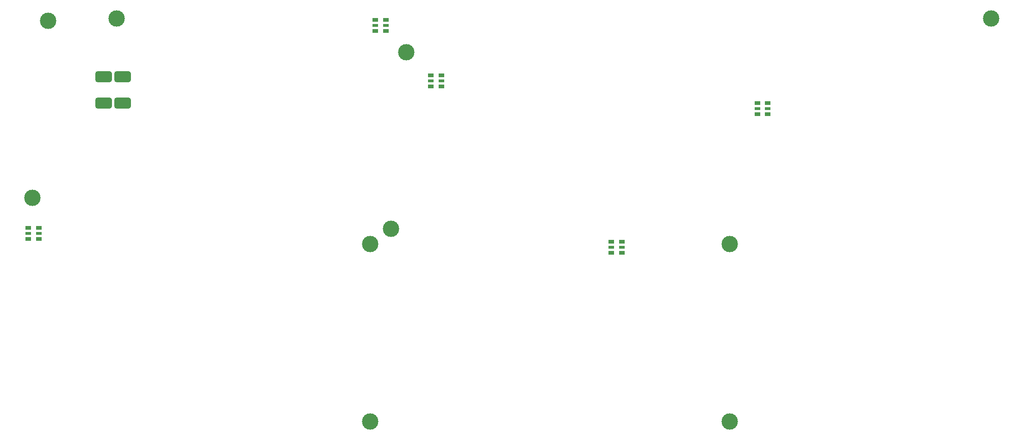
<source format=gtp>
%TF.GenerationSoftware,KiCad,Pcbnew,7.0.5-7.0.5~ubuntu22.04.1*%
%TF.CreationDate,2023-06-25T16:10:41-05:00*%
%TF.ProjectId,badge,62616467-652e-46b6-9963-61645f706362,rev?*%
%TF.SameCoordinates,Original*%
%TF.FileFunction,Paste,Top*%
%TF.FilePolarity,Positive*%
%FSLAX46Y46*%
G04 Gerber Fmt 4.6, Leading zero omitted, Abs format (unit mm)*
G04 Created by KiCad (PCBNEW 7.0.5-7.0.5~ubuntu22.04.1) date 2023-06-25 16:10:41*
%MOMM*%
%LPD*%
G01*
G04 APERTURE LIST*
G04 Aperture macros list*
%AMRoundRect*
0 Rectangle with rounded corners*
0 $1 Rounding radius*
0 $2 $3 $4 $5 $6 $7 $8 $9 X,Y pos of 4 corners*
0 Add a 4 corners polygon primitive as box body*
4,1,4,$2,$3,$4,$5,$6,$7,$8,$9,$2,$3,0*
0 Add four circle primitives for the rounded corners*
1,1,$1+$1,$2,$3*
1,1,$1+$1,$4,$5*
1,1,$1+$1,$6,$7*
1,1,$1+$1,$8,$9*
0 Add four rect primitives between the rounded corners*
20,1,$1+$1,$2,$3,$4,$5,0*
20,1,$1+$1,$4,$5,$6,$7,0*
20,1,$1+$1,$6,$7,$8,$9,0*
20,1,$1+$1,$8,$9,$2,$3,0*%
G04 Aperture macros list end*
%ADD10RoundRect,0.357142X1.142858X-0.642858X1.142858X0.642858X-1.142858X0.642858X-1.142858X-0.642858X0*%
%ADD11R,1.000000X0.700000*%
%ADD12R,1.000000X0.500000*%
%ADD13C,3.000000*%
%ADD14RoundRect,0.357142X-1.142858X0.642858X-1.142858X-0.642858X1.142858X-0.642858X1.142858X0.642858X0*%
G04 APERTURE END LIST*
D10*
%TO.C,R9*%
X69680000Y-77700000D03*
X69680000Y-72900000D03*
%TD*%
D11*
%TO.C,D2*%
X115890000Y-62500000D03*
D12*
X115890000Y-63500000D03*
D11*
X115890000Y-64500000D03*
X117790000Y-64500000D03*
D12*
X117790000Y-63500000D03*
D11*
X117790000Y-62500000D03*
%TD*%
%TO.C,D1*%
X52390000Y-100600000D03*
D12*
X52390000Y-101600000D03*
D11*
X52390000Y-102600000D03*
X54290000Y-102600000D03*
D12*
X54290000Y-101600000D03*
D11*
X54290000Y-100600000D03*
%TD*%
D13*
%TO.C,hole1*%
X68580000Y-62230000D03*
%TD*%
D11*
%TO.C,D4*%
X159070000Y-103140000D03*
D12*
X159070000Y-104140000D03*
D11*
X159070000Y-105140000D03*
X160970000Y-105140000D03*
D12*
X160970000Y-104140000D03*
D11*
X160970000Y-103140000D03*
%TD*%
D13*
%TO.C,U2*%
X114960000Y-103520000D03*
X114960000Y-136020000D03*
X180760000Y-103520000D03*
X180760000Y-136020000D03*
%TD*%
D11*
%TO.C,D5*%
X185774305Y-77742363D03*
D12*
X185774305Y-78742363D03*
D11*
X185774305Y-79742363D03*
X187674305Y-79742363D03*
D12*
X187674305Y-78742363D03*
D11*
X187674305Y-77742363D03*
%TD*%
D13*
%TO.C,hole2*%
X228600000Y-62230000D03*
%TD*%
D14*
%TO.C,R10*%
X66170000Y-72900000D03*
X66170000Y-77700000D03*
%TD*%
D11*
%TO.C,D3*%
X126050000Y-72660000D03*
D12*
X126050000Y-73660000D03*
D11*
X126050000Y-74660000D03*
X127950000Y-74660000D03*
D12*
X127950000Y-73660000D03*
D11*
X127950000Y-72660000D03*
%TD*%
D13*
%TO.C,U2*%
X56004294Y-62658587D03*
X53171733Y-95034914D03*
X121553906Y-68393435D03*
X118721344Y-100769762D03*
%TD*%
M02*

</source>
